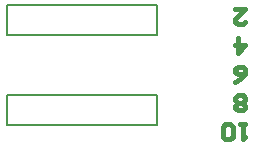
<source format=gto>
G04*
G04 #@! TF.GenerationSoftware,Altium Limited,Altium Designer,20.0.13 (296)*
G04*
G04 Layer_Color=65535*
%FSLAX24Y24*%
%MOIN*%
G70*
G01*
G75*
%ADD10C,0.0079*%
%ADD11C,0.0150*%
D10*
X29500Y35500D02*
Y36500D01*
X24500Y35500D02*
X29500D01*
X24500Y36500D02*
X29500D01*
X24500Y35500D02*
Y36500D01*
X29500Y38500D02*
Y39500D01*
X24500Y38500D02*
X29500D01*
X24500Y39500D02*
X29500D01*
X24500Y38500D02*
Y39500D01*
D11*
X32429Y35509D02*
X32262D01*
X32345D01*
Y35009D01*
X32429Y35092D01*
X32012D02*
X31929Y35009D01*
X31762D01*
X31679Y35092D01*
Y35426D01*
X31762Y35509D01*
X31929D01*
X32012Y35426D01*
Y35092D01*
X32429Y36052D02*
X32345Y35969D01*
X32179D01*
X32096Y36052D01*
Y36135D01*
X32179Y36219D01*
X32096Y36302D01*
Y36385D01*
X32179Y36469D01*
X32345D01*
X32429Y36385D01*
Y36302D01*
X32345Y36219D01*
X32429Y36135D01*
Y36052D01*
X32345Y36219D02*
X32179D01*
X32096Y36929D02*
X32262Y37012D01*
X32429Y37178D01*
Y37345D01*
X32345Y37428D01*
X32179D01*
X32096Y37345D01*
Y37262D01*
X32179Y37178D01*
X32429D01*
X32179Y38388D02*
Y37888D01*
X32429Y38138D01*
X32096D01*
Y39348D02*
X32429D01*
X32096Y39015D01*
Y38932D01*
X32179Y38848D01*
X32345D01*
X32429Y38932D01*
M02*

</source>
